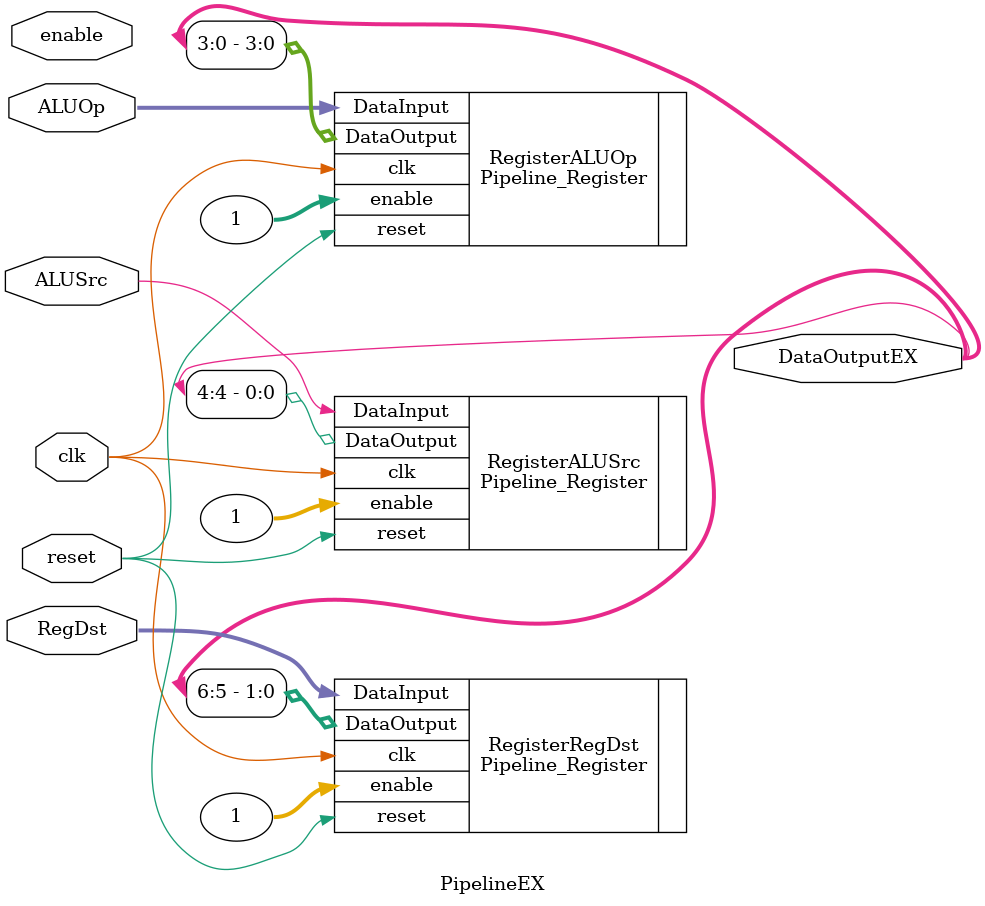
<source format=v>
module PipelineEX
(
	input clk,
	input reset,
	input enable,
	input [3:0] ALUOp,
	input ALUSrc,	
	input [1:0] RegDst,
	
	output  [6:0] DataOutputEX
);

Pipeline_Register
#(
	.N(4) //5?
)
RegisterALUOp
(
	.clk(clk),																						
	.reset(reset),
	.enable(1),
	.DataInput(ALUOp),
	.DataOutput(DataOutputEX[3:0])
);

Pipeline_Register
RegisterALUSrc
(
	.clk(clk),																						
	.reset(reset),
	.enable(1),
	.DataInput(ALUSrc),
	.DataOutput(DataOutputEX[4])
);

Pipeline_Register
#(
	.N(3)
)
RegisterRegDst
(
	.clk(clk),																						
	.reset(reset),
	.enable(1),
	.DataInput(RegDst),
	.DataOutput(DataOutputEX[6:5])
);


endmodule
</source>
